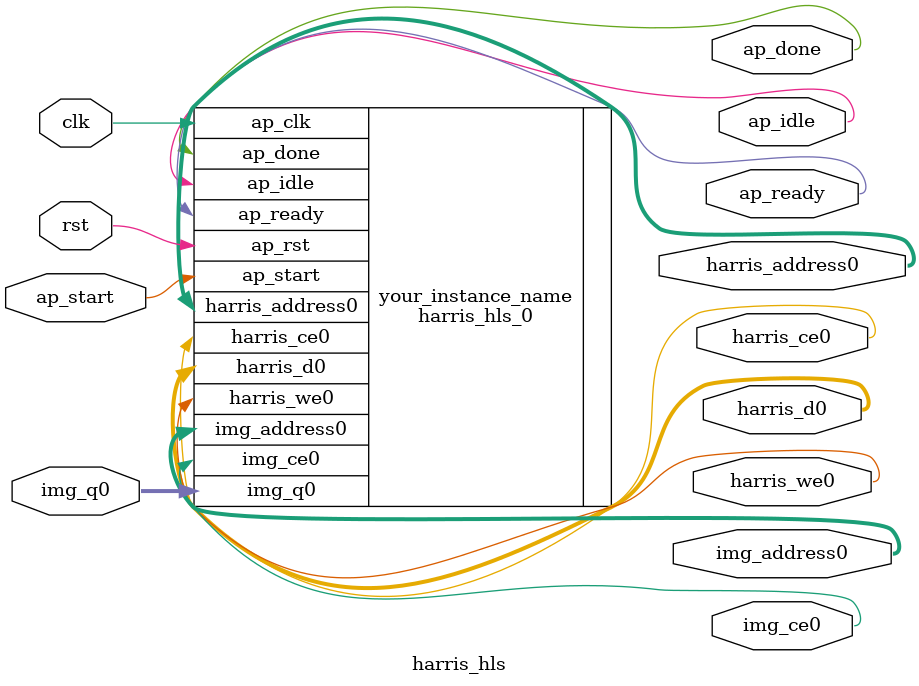
<source format=sv>
module harris_hls(
output wire harris_ce0
,output wire harris_we0
,output wire img_ce0
,input wire clk
,input wire rst
,input wire ap_start
,output wire ap_done
,output wire ap_idle
,output wire ap_ready
,output wire [7 : 0] harris_address0
,output wire [31 : 0] harris_d0
,output wire [7 : 0] img_address0
,input wire [31 : 0] img_q0
);

harris_hls_0 your_instance_name (
  .harris_ce0(harris_ce0),            // output wire harris_ce0
  .harris_we0(harris_we0),            // output wire harris_we0
  .img_ce0(img_ce0),                  // output wire img_ce0
  .ap_clk(clk),                    // input wire ap_clk
  .ap_rst(rst),                    // input wire ap_rst
  .ap_start(ap_start),                // input wire ap_start
  .ap_done(ap_done),                  // output wire ap_done
  .ap_idle(ap_idle),                  // output wire ap_idle
  .ap_ready(ap_ready),                // output wire ap_ready
  .harris_address0(harris_address0),  // output wire [9 : 0] harris_address0
  .harris_d0(harris_d0),              // output wire [31 : 0] harris_d0
  //.harris_q0(32'd0),
  .img_address0(img_address0),        // output wire [9 : 0] img_address0
  .img_q0(img_q0)                    // input wire [31 : 0] img_q0
);
endmodule
</source>
